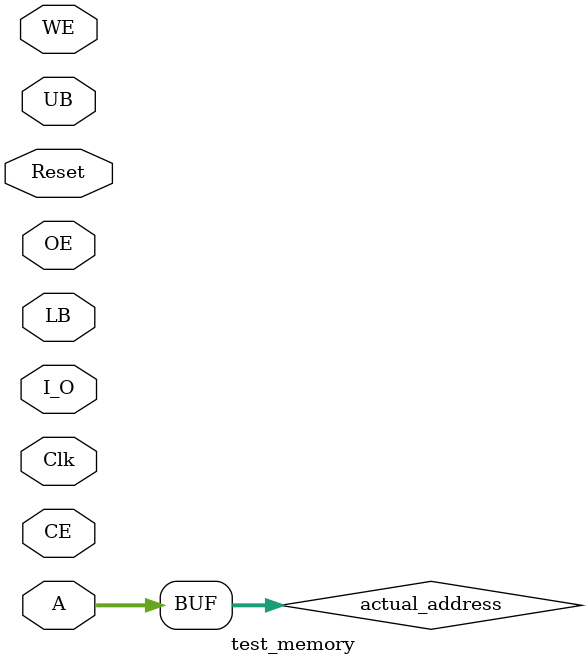
<source format=sv>


module test_memory ( input          Clk,
                     input          Reset, // Active-high reset!
                     inout  [7:0]  I_O,   // Data
                     input  [15:0]  A,     // Address
                     input          CE,    // Chip enable
                                    UB,    // Upper byte enable
                                    LB,    // Lower byte enable
                                    OE,    // Output (read) enable
                                    WE     // Write enable
);

    parameter size          = 65536; // expand memory as needed (currently it is 256 words)
    parameter init_external = 1;   // If init external is 0, it means you want to parse the memory_contents.sv file, otherwise you are providing a parsed .dat file

    integer ptr;
    integer x;

    logic [7:0] mem_array [0:size-1];
    logic [15:0] mem_out;
    logic [15:0] I_O_wire;
    logic [15:0] actual_address;
    assign actual_address = A[15:0];
    // A[7:0] is because size = 256, so we only use the lower 8 bits of the address.
    // It should be changed accordingly if size is modified.

    // Requires memory_contents.sv
    memory_parser #(.size(size)) parser();

// synthesis translate_off
// This line turns off Quartus' synthesis tool because test memory is NOT synthesizable.

    initial begin
        parser.memory_contents(mem_array);
      
        // Parse into machine code and write into file
        if (~init_external) begin
            ptr = $fopen("memory_contents.dat", "w");
            
            for (integer x = 0; x < size; x++) begin
                $fwrite(ptr, "@%0h %0h\n", x, mem_array[x]);
            end
            
            $fclose(ptr);
        end

        $readmemh("memory_contents.dat", mem_array, 0, size-1);
    end
    
    // Memory read logic
    always_ff @ (negedge Clk)
    begin
        mem_out <= mem_array[actual_address]; // Read a specific memory cell. 
        // Flip-flop with negedge Clk is used to simulate the 10ns access time.
        // (Assuming address changes at rising clock edge)
    end
    always_comb
    begin
        // By default, do not drive the IO bus
        I_O_wire = 16'bZZZZZZZZZZZZZZZZ;
        
        // Drvie the IO bus when chip select and read enable are active, and write enable is inactive
        if (~CE && ~OE && WE) begin
            if (~UB)
                I_O_wire[15:8] = mem_out[15:8]; // Read upper byte
            
            if (~LB)
                I_O_wire[7:0] = mem_out[7:0];   // Read lower byte
        end
    end

    // Memory write logic
    always_ff @ (posedge Clk or posedge Reset)
    begin
        // By default, mem_array holds its values.

        // If Reset is high, set the mem_array to initial memory contents.
        if(Reset) begin
            $readmemh("memory_contents.dat", mem_array, 0, size-1);
        end
        else if (~CE && ~WE) // Write to memory if chip select and write enable are active
        begin
            if(~UB)
                mem_array[actual_address][15:8] <= I_O[15:8]; // Write upper byte
            if(~LB)
                mem_array[actual_address][7:0] <= I_O[7:0];   // Write lower byte
        end

    end

    assign I_O = I_O_wire;

// synthesis translate_on
endmodule

</source>
